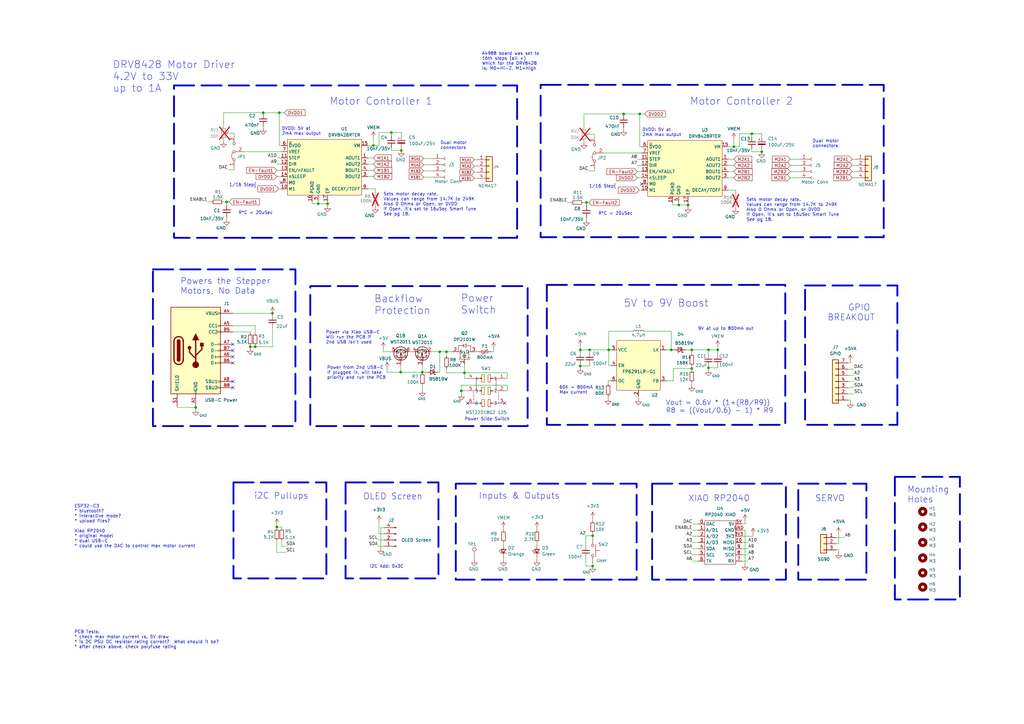
<source format=kicad_sch>
(kicad_sch (version 20230121) (generator eeschema)
  (paper "A3")
  (title_block (title "Blot RP2040 Motor Driver") (date "2024-02-12") (rev "2.1b3") (company "Hack Chat") (comment 1 "untested design") (comment 2 "By Parkview (CC)"))
  (junction (at 104.648 142.24))
  (junction (at 164.338 152.654))
  (junction (at 130.556 83.566))
  (junction (at 312.42 62.23))
  (junction (at 249.682 143.51))
  (junction (at 113.538 216.154))
  (junction (at 134.366 83.566))
  (junction (at 164.592 61.722))
  (junction (at 283.718 143.51))
  (junction (at 102.616 142.24))
  (junction (at 243.078 232.156))
  (junction (at 308.356 54.864))
  (junction (at 111.76 128.524))
  (junction (at 282.194 84.074))
  (junction (at 153.162 59.69))
  (junction (at 80.264 167.132))
  (junction (at 183.134 144.272))
  (junction (at 92.964 82.804))
  (junction (at 283.718 151.13))
  (junction (at 241.808 143.51))
  (junction (at 290.576 150.876))
  (junction (at 237.998 150.114))
  (junction (at 237.998 143.51))
  (junction (at 190.5 152.908))
  (junction (at 278.384 84.074))
  (junction (at 173.228 152.654))
  (junction (at 294.386 143.51))
  (junction (at 243.078 219.71))
  (junction (at 160.528 54.356))
  (junction (at 255.778 46.736))
  (junction (at 240.538 83.058))
  (junction (at 189.23 160.274))
  (junction (at 290.576 143.51))
  (junction (at 275.336 143.51))
  (junction (at 180.34 144.272))
  (junction (at 262.382 46.736))
  (junction (at 107.95 46.228))
  (junction (at 300.99 60.198))
  (junction (at 114.554 46.228))
  (no_connect (at 95.504 146.304))
  (no_connect (at 115.316 74.93))
  (no_connect (at 191.77 165.354))
  (no_connect (at 95.504 141.224))
  (no_connect (at 95.504 159.004))
  (no_connect (at 207.01 165.354))
  (no_connect (at 95.504 156.464))
  (no_connect (at 95.504 148.844))
  (no_connect (at 263.144 75.438))
  (no_connect (at 95.504 143.764))
  (wire (pts (xy 191.77 155.194) (xy 190.5 155.194)))
  (wire (pts (xy 208.026 155.194) (xy 208.026 152.908)))
  (wire (pts (xy 91.694 46.228) (xy 107.95 46.228)))
  (wire (pts (xy 102.616 142.24) (xy 102.616 142.748)))
  (wire (pts (xy 194.564 73.152) (xy 195.58 73.152)))
  (wire (pts (xy 92.964 82.804) (xy 93.98 82.804)))
  (wire (pts (xy 113.538 69.85) (xy 115.316 69.85)))
  (wire (pts (xy 173.736 70.104) (xy 177.546 70.104)))
  (wire (pts (xy 128.016 83.566) (xy 130.556 83.566)))
  (wire (pts (xy 80.264 167.132) (xy 80.264 167.894)))
  (wire (pts (xy 115.57 224.028) (xy 115.57 221.742)))
  (wire (pts (xy 298.704 65.278) (xy 300.99 65.278)))
  (wire (pts (xy 114.554 46.228) (xy 114.554 59.69)))
  (wire (pts (xy 150.876 59.69) (xy 153.162 59.69)))
  (wire (pts (xy 95.504 133.604) (xy 104.648 133.604)))
  (wire (pts (xy 348.742 148.844) (xy 347.726 148.844)))
  (wire (pts (xy 107.95 46.736) (xy 107.95 46.228)))
  (wire (pts (xy 176.784 144.272) (xy 180.34 144.272)))
  (wire (pts (xy 240.538 89.408) (xy 240.538 90.17)))
  (wire (pts (xy 128.016 82.55) (xy 128.016 83.566)))
  (wire (pts (xy 343.916 218.948) (xy 343.916 223.012)))
  (wire (pts (xy 114.554 59.69) (xy 115.316 59.69)))
  (wire (pts (xy 239.522 46.736) (xy 239.522 52.578)))
  (wire (pts (xy 300.99 60.198) (xy 300.99 57.15)))
  (wire (pts (xy 306.832 225.044) (xy 304.292 225.044)))
  (wire (pts (xy 347.726 153.924) (xy 350.266 153.924)))
  (wire (pts (xy 173.228 152.654) (xy 174.752 152.654)))
  (wire (pts (xy 301.752 79.756) (xy 301.752 77.978)))
  (wire (pts (xy 324.104 67.818) (xy 327.914 67.818)))
  (wire (pts (xy 91.694 82.804) (xy 92.964 82.804)))
  (wire (pts (xy 241.808 143.51) (xy 249.682 143.51)))
  (wire (pts (xy 343.916 223.012) (xy 342.9 223.012)))
  (wire (pts (xy 130.556 83.566) (xy 134.366 83.566)))
  (wire (pts (xy 95.504 128.524) (xy 111.76 128.524)))
  (wire (pts (xy 72.644 166.624) (xy 72.644 167.132)))
  (wire (pts (xy 294.386 145.288) (xy 294.386 143.51)))
  (wire (pts (xy 298.704 70.358) (xy 300.99 70.358)))
  (wire (pts (xy 104.648 133.604) (xy 104.648 136.652)))
  (wire (pts (xy 153.924 84.328) (xy 153.924 84.836)))
  (wire (pts (xy 117.348 224.028) (xy 115.57 224.028)))
  (wire (pts (xy 155.448 54.356) (xy 160.528 54.356)))
  (wire (pts (xy 92.964 89.154) (xy 92.964 89.916)))
  (wire (pts (xy 240.538 83.058) (xy 240.538 84.328)))
  (wire (pts (xy 173.736 72.644) (xy 177.546 72.644)))
  (wire (pts (xy 298.704 60.198) (xy 300.99 60.198)))
  (wire (pts (xy 80.264 166.624) (xy 80.264 167.132)))
  (wire (pts (xy 308.356 62.23) (xy 312.42 62.23)))
  (wire (pts (xy 242.062 55.118) (xy 243.84 55.118)))
  (wire (pts (xy 308.864 219.202) (xy 308.864 219.964)))
  (wire (pts (xy 220.218 228.6) (xy 220.218 229.616)))
  (wire (pts (xy 180.34 144.272) (xy 183.134 144.272)))
  (wire (pts (xy 249.428 156.21) (xy 249.428 157.48)))
  (wire (pts (xy 347.726 156.464) (xy 350.266 156.464)))
  (wire (pts (xy 104.648 142.24) (xy 102.616 142.24)))
  (wire (pts (xy 237.998 141.986) (xy 237.998 143.51)))
  (wire (pts (xy 173.228 157.988) (xy 173.228 160.02)))
  (wire (pts (xy 304.292 217.424) (xy 305.562 217.424)))
  (wire (pts (xy 283.718 145.034) (xy 283.718 143.51)))
  (wire (pts (xy 275.844 83.058) (xy 275.844 84.074)))
  (wire (pts (xy 194.564 229.616) (xy 194.564 228.6)))
  (wire (pts (xy 168.148 144.272) (xy 169.418 144.272)))
  (wire (pts (xy 194.564 68.072) (xy 195.58 68.072)))
  (wire (pts (xy 243.078 218.694) (xy 243.078 219.71)))
  (wire (pts (xy 249.682 135.89) (xy 249.682 143.51)))
  (wire (pts (xy 150.876 72.39) (xy 153.162 72.39)))
  (wire (pts (xy 237.998 144.526) (xy 237.998 143.51)))
  (wire (pts (xy 306.832 230.124) (xy 304.292 230.124)))
  (wire (pts (xy 157.226 144.272) (xy 160.782 144.272)))
  (wire (pts (xy 237.998 150.114) (xy 237.998 150.876)))
  (wire (pts (xy 348.742 164.846) (xy 348.742 164.084)))
  (wire (pts (xy 283.718 156.972) (xy 283.718 157.988)))
  (wire (pts (xy 206.502 216.662) (xy 206.502 217.424)))
  (wire (pts (xy 347.726 159.004) (xy 350.266 159.004)))
  (wire (pts (xy 111.76 129.286) (xy 111.76 128.524)))
  (wire (pts (xy 241.808 143.51) (xy 241.808 144.526)))
  (wire (pts (xy 348.742 164.084) (xy 347.726 164.084)))
  (wire (pts (xy 164.338 152.654) (xy 164.338 149.606)))
  (wire (pts (xy 282.194 84.074) (xy 282.194 84.836)))
  (wire (pts (xy 156.21 216.408) (xy 156.21 224.79)))
  (wire (pts (xy 189.23 160.274) (xy 189.23 161.544)))
  (wire (pts (xy 237.998 149.606) (xy 237.998 150.114)))
  (wire (pts (xy 154.94 224.028) (xy 157.48 224.028)))
  (wire (pts (xy 264.414 135.89) (xy 275.336 135.89)))
  (wire (pts (xy 282.194 83.058) (xy 282.194 84.074)))
  (wire (pts (xy 240.284 228.854) (xy 240.284 232.156)))
  (wire (pts (xy 261.366 67.818) (xy 263.144 67.818)))
  (wire (pts (xy 113.538 67.31) (xy 115.316 67.31)))
  (wire (pts (xy 113.538 215.392) (xy 113.538 216.154)))
  (wire (pts (xy 190.5 152.908) (xy 190.5 155.194)))
  (wire (pts (xy 278.384 84.074) (xy 282.194 84.074)))
  (wire (pts (xy 202.438 143.002) (xy 202.438 144.272)))
  (wire (pts (xy 134.366 83.566) (xy 134.366 84.328)))
  (wire (pts (xy 113.538 216.154) (xy 113.538 216.662)))
  (wire (pts (xy 249.682 149.86) (xy 249.682 143.51)))
  (wire (pts (xy 150.876 69.85) (xy 153.162 69.85)))
  (wire (pts (xy 347.726 161.544) (xy 350.266 161.544)))
  (wire (pts (xy 232.664 83.058) (xy 234.188 83.058)))
  (wire (pts (xy 348.742 148.082) (xy 348.742 148.844)))
  (wire (pts (xy 134.366 82.55) (xy 134.366 83.566)))
  (wire (pts (xy 290.576 143.51) (xy 283.718 143.51)))
  (wire (pts (xy 94.234 54.61) (xy 96.012 54.61)))
  (wire (pts (xy 96.012 54.61) (xy 96.012 55.88)))
  (wire (pts (xy 276.098 156.21) (xy 276.098 151.13)))
  (wire (pts (xy 283.972 217.424) (xy 286.512 217.424)))
  (wire (pts (xy 249.428 162.56) (xy 249.428 163.322)))
  (wire (pts (xy 255.778 46.736) (xy 262.382 46.736)))
  (wire (pts (xy 262.382 46.736) (xy 262.382 60.198)))
  (wire (pts (xy 261.874 162.56) (xy 261.874 163.576)))
  (wire (pts (xy 239.522 57.658) (xy 239.522 58.42)))
  (wire (pts (xy 306.832 227.584) (xy 304.292 227.584)))
  (wire (pts (xy 164.338 152.654) (xy 158.75 152.654)))
  (wire (pts (xy 91.694 46.228) (xy 91.694 52.07)))
  (wire (pts (xy 239.522 46.736) (xy 255.778 46.736)))
  (wire (pts (xy 283.972 222.504) (xy 286.512 222.504)))
  (wire (pts (xy 154.94 221.488) (xy 157.48 221.488)))
  (wire (pts (xy 250.444 156.21) (xy 249.428 156.21)))
  (wire (pts (xy 304.292 214.884) (xy 305.562 214.884)))
  (wire (pts (xy 153.924 79.248) (xy 153.924 77.47)))
  (wire (pts (xy 91.694 57.15) (xy 91.694 57.912)))
  (wire (pts (xy 240.284 232.156) (xy 243.078 232.156)))
  (wire (pts (xy 150.876 77.47) (xy 153.924 77.47)))
  (wire (pts (xy 189.23 160.274) (xy 191.77 160.274)))
  (wire (pts (xy 173.228 152.654) (xy 173.228 152.908)))
  (wire (pts (xy 85.09 82.804) (xy 86.614 82.804)))
  (wire (pts (xy 303.276 54.864) (xy 308.356 54.864)))
  (wire (pts (xy 243.84 55.118) (xy 243.84 56.388)))
  (wire (pts (xy 115.316 77.47) (xy 114.3 77.47)))
  (wire (pts (xy 104.648 142.24) (xy 111.76 142.24)))
  (wire (pts (xy 249.682 143.51) (xy 250.444 143.51)))
  (wire (pts (xy 243.078 232.156) (xy 243.078 230.886)))
  (wire (pts (xy 294.386 142.24) (xy 294.386 143.51)))
  (wire (pts (xy 155.448 59.69) (xy 155.448 54.356)))
  (wire (pts (xy 240.284 223.774) (xy 240.284 219.71)))
  (wire (pts (xy 157.226 143.002) (xy 157.226 144.272)))
  (wire (pts (xy 107.95 46.228) (xy 114.554 46.228)))
  (wire (pts (xy 173.736 65.024) (xy 177.546 65.024)))
  (wire (pts (xy 308.356 61.214) (xy 308.356 62.23)))
  (wire (pts (xy 308.356 54.864) (xy 308.356 56.134)))
  (wire (pts (xy 283.972 227.584) (xy 286.512 227.584)))
  (wire (pts (xy 190.5 149.352) (xy 190.5 152.908)))
  (wire (pts (xy 243.078 212.598) (xy 243.078 213.614)))
  (wire (pts (xy 278.384 83.058) (xy 278.384 84.074)))
  (wire (pts (xy 72.644 167.132) (xy 80.264 167.132)))
  (wire (pts (xy 275.336 143.51) (xy 273.304 143.51)))
  (wire (pts (xy 115.57 216.154) (xy 113.538 216.154)))
  (wire (pts (xy 220.218 222.504) (xy 220.218 223.52)))
  (wire (pts (xy 102.616 136.144) (xy 102.616 136.652)))
  (wire (pts (xy 183.134 144.272) (xy 183.134 146.05)))
  (wire (pts (xy 240.538 83.058) (xy 241.554 83.058)))
  (wire (pts (xy 298.704 67.818) (xy 300.99 67.818)))
  (wire (pts (xy 275.336 143.51) (xy 276.352 143.51)))
  (wire (pts (xy 155.448 218.948) (xy 157.48 218.948)))
  (wire (pts (xy 243.078 219.71) (xy 243.078 220.726)))
  (wire (pts (xy 104.648 141.732) (xy 104.648 142.24)))
  (wire (pts (xy 194.564 65.532) (xy 195.58 65.532)))
  (wire (pts (xy 189.23 160.274) (xy 189.23 157.988)))
  (wire (pts (xy 160.528 54.356) (xy 164.592 54.356)))
  (wire (pts (xy 250.444 149.86) (xy 249.682 149.86)))
  (wire (pts (xy 324.104 72.898) (xy 327.914 72.898)))
  (wire (pts (xy 189.23 157.988) (xy 208.026 157.988)))
  (wire (pts (xy 194.564 70.612) (xy 195.58 70.612)))
  (wire (pts (xy 273.304 156.21) (xy 276.098 156.21)))
  (wire (pts (xy 93.472 69.596) (xy 96.012 69.596)))
  (wire (pts (xy 283.718 150.114) (xy 283.718 151.13)))
  (wire (pts (xy 160.528 61.722) (xy 164.592 61.722)))
  (wire (pts (xy 283.972 219.964) (xy 286.512 219.964)))
  (wire (pts (xy 208.026 157.988) (xy 208.026 160.274)))
  (wire (pts (xy 160.528 54.356) (xy 160.528 55.626)))
  (wire (pts (xy 237.998 143.51) (xy 241.808 143.51)))
  (wire (pts (xy 347.726 151.384) (xy 350.266 151.384)))
  (wire (pts (xy 283.718 151.13) (xy 283.718 151.892)))
  (wire (pts (xy 206.502 228.6) (xy 206.502 229.616)))
  (wire (pts (xy 92.964 82.804) (xy 92.964 84.074)))
  (wire (pts (xy 153.162 59.69) (xy 155.448 59.69)))
  (wire (pts (xy 201.422 144.272) (xy 202.438 144.272)))
  (wire (pts (xy 283.718 143.51) (xy 281.432 143.51)))
  (wire (pts (xy 183.134 152.908) (xy 190.5 152.908)))
  (wire (pts (xy 195.58 144.272) (xy 196.342 144.272)))
  (wire (pts (xy 243.84 70.104) (xy 243.84 69.088)))
  (wire (pts (xy 117.348 226.568) (xy 113.538 226.568)))
  (wire (pts (xy 263.144 77.978) (xy 262.128 77.978)))
  (wire (pts (xy 300.99 60.198) (xy 303.276 60.198)))
  (wire (pts (xy 220.218 216.662) (xy 220.218 217.424)))
  (wire (pts (xy 261.366 65.278) (xy 263.144 65.278)))
  (wire (pts (xy 113.538 72.39) (xy 115.316 72.39)))
  (wire (pts (xy 96.012 69.596) (xy 96.012 68.58)))
  (wire (pts (xy 208.026 160.274) (xy 207.01 160.274)))
  (wire (pts (xy 237.998 150.114) (xy 241.808 150.114)))
  (wire (pts (xy 157.48 216.408) (xy 156.21 216.408)))
  (wire (pts (xy 294.386 150.876) (xy 294.386 150.368)))
  (wire (pts (xy 342.9 225.552) (xy 343.916 225.552)))
  (wire (pts (xy 343.916 225.552) (xy 343.916 226.568)))
  (wire (pts (xy 241.3 70.104) (xy 243.84 70.104)))
  (wire (pts (xy 261.366 70.358) (xy 263.144 70.358)))
  (wire (pts (xy 160.528 60.706) (xy 160.528 61.722)))
  (wire (pts (xy 262.382 60.198) (xy 263.144 60.198)))
  (wire (pts (xy 264.414 46.736) (xy 262.382 46.736)))
  (wire (pts (xy 183.134 151.13) (xy 183.134 152.908)))
  (wire (pts (xy 301.752 84.836) (xy 301.752 85.344)))
  (wire (pts (xy 349.504 70.358) (xy 351.028 70.358)))
  (wire (pts (xy 276.098 151.13) (xy 283.718 151.13)))
  (wire (pts (xy 173.736 67.564) (xy 177.546 67.564)))
  (wire (pts (xy 150.876 64.77) (xy 153.162 64.77)))
  (wire (pts (xy 164.338 152.654) (xy 173.228 152.654)))
  (wire (pts (xy 95.504 136.144) (xy 102.616 136.144)))
  (wire (pts (xy 342.9 220.472) (xy 346.456 220.472)))
  (wire (pts (xy 290.576 150.876) (xy 294.386 150.876)))
  (wire (pts (xy 206.502 222.504) (xy 206.502 223.52)))
  (wire (pts (xy 116.586 46.228) (xy 114.554 46.228)))
  (wire (pts (xy 306.832 222.504) (xy 304.292 222.504)))
  (wire (pts (xy 308.356 54.864) (xy 312.42 54.864)))
  (wire (pts (xy 207.01 155.194) (xy 208.026 155.194)))
  (wire (pts (xy 305.562 217.424) (xy 305.562 231.394)))
  (wire (pts (xy 158.75 151.13) (xy 158.75 152.654)))
  (wire (pts (xy 150.876 67.31) (xy 153.162 67.31)))
  (wire (pts (xy 164.592 61.722) (xy 164.592 60.706)))
  (wire (pts (xy 255.778 52.324) (xy 255.778 53.086)))
  (wire (pts (xy 164.592 54.356) (xy 164.592 55.626)))
  (wire (pts (xy 255.778 47.244) (xy 255.778 46.736)))
  (wire (pts (xy 113.538 226.568) (xy 113.538 221.742)))
  (wire (pts (xy 261.366 72.898) (xy 263.144 72.898)))
  (wire (pts (xy 99.822 62.23) (xy 115.316 62.23)))
  (wire (pts (xy 312.42 54.864) (xy 312.42 56.134)))
  (wire (pts (xy 275.336 135.89) (xy 275.336 143.51)))
  (wire (pts (xy 298.704 77.978) (xy 301.752 77.978)))
  (wire (pts (xy 312.42 62.23) (xy 312.42 61.214)))
  (wire (pts (xy 155.448 214.122) (xy 155.448 218.948)))
  (wire (pts (xy 239.268 83.058) (xy 240.538 83.058)))
  (wire (pts (xy 324.104 65.278) (xy 327.914 65.278)))
  (wire (pts (xy 241.808 150.114) (xy 241.808 149.606)))
  (wire (pts (xy 102.616 141.732) (xy 102.616 142.24)))
  (wire (pts (xy 290.576 150.876) (xy 290.576 151.638)))
  (wire (pts (xy 303.276 60.198) (xy 303.276 54.864)))
  (wire (pts (xy 294.386 143.51) (xy 290.576 143.51)))
  (wire (pts (xy 130.556 82.55) (xy 130.556 83.566)))
  (wire (pts (xy 208.026 152.908) (xy 190.5 152.908)))
  (wire (pts (xy 298.704 72.898) (xy 300.99 72.898)))
  (wire (pts (xy 305.562 214.884) (xy 305.562 213.614)))
  (wire (pts (xy 324.104 70.358) (xy 327.914 70.358)))
  (wire (pts (xy 180.34 152.654) (xy 180.34 144.272)))
  (wire (pts (xy 111.76 134.366) (xy 111.76 142.24)))
  (wire (pts (xy 183.134 144.272) (xy 185.42 144.272)))
  (wire (pts (xy 113.538 64.77) (xy 115.316 64.77)))
  (wire (pts (xy 247.65 62.738) (xy 263.144 62.738)))
  (wire (pts (xy 349.504 72.898) (xy 351.028 72.898)))
  (wire (pts (xy 290.576 143.51) (xy 290.576 145.288)))
  (wire (pts (xy 153.162 59.69) (xy 153.162 56.642)))
  (wire (pts (xy 115.57 216.662) (xy 115.57 216.154)))
  (wire (pts (xy 249.682 135.89) (xy 259.334 135.89)))
  (wire (pts (xy 179.832 152.654) (xy 180.34 152.654)))
  (wire (pts (xy 283.972 230.124) (xy 286.512 230.124)))
  (wire (pts (xy 290.576 150.368) (xy 290.576 150.876)))
  (wire (pts (xy 107.95 51.816) (xy 107.95 52.578)))
  (wire (pts (xy 349.504 65.278) (xy 351.028 65.278)))
  (wire (pts (xy 349.504 67.818) (xy 351.028 67.818)))
  (wire (pts (xy 283.972 214.884) (xy 286.512 214.884)))
  (wire (pts (xy 240.284 219.71) (xy 243.078 219.71)))
  (wire (pts (xy 275.844 84.074) (xy 278.384 84.074)))
  (wire (pts (xy 283.972 225.044) (xy 286.512 225.044)))
  (wire (pts (xy 308.864 219.964) (xy 304.292 219.964)))
  (wire (pts (xy 173.228 149.606) (xy 173.228 152.654)))
  (rectangle (start 330.2 117.094) (end 368.046 174.244) (stroke (width 0.75) (type dash)))
  (rectangle (start 141.732 197.866) (end 179.832 237.236) (stroke (width 0.75) (type dash)))
  (rectangle (start 367.03 195.58) (end 393.7 245.872) (stroke (width 0.75) (type dash)))
  (rectangle (start 267.462 198.374) (end 322.326 237.744) (stroke (width 0.75) (type dash)))
  (rectangle (start 221.742 34.798) (end 362.458 97.282) (stroke (width 0.75) (type dash)))
  (rectangle (start 186.944 198.374) (end 261.112 237.744) (stroke (width 0.75) (type dash)))
  (rectangle (start 327.406 198.374) (end 355.346 237.744) (stroke (width 0.75) (type dash)))
  (rectangle (start 95.758 197.866) (end 133.858 237.236) (stroke (width 0.75) (type dash)))
  (rectangle (start 71.374 35.052) (end 212.09 97.536) (stroke (width 0.75) (type dash)))
  (rectangle (start 127.254 117.348) (end 216.408 174.752) (stroke (width 0.75) (type dash)))
  (rectangle (start 62.738 110.49) (end 121.158 174.752) (stroke (width 0.75) (type dash)))
  (rectangle (start 224.282 116.84) (end 322.072 174.244) (stroke (width 0.75) (type dash)))
  (text "Inputs & Outputs\n" (at 196.342 204.978 0) (effects (font (size 2.54 2.54)) (justify left bottom)))
  (text "5V to 9V Boost" (at 255.778 126.238 0) (effects (font (size 3 3)) (justify left bottom)))
  (text "GPIO \nBREAKOUT" (at 358.902 131.826 0) (effects (font (size 2.54 2.54)) (justify right bottom)))
  (text "Power via Xiao USB-C\nWill run the PCB if \n2nd USB isn't used" (at 133.604 141.224 0) (effects (font (size 1.27 1.27)) (justify left bottom)))
  (text "Backflow\nProtection" (at 153.416 129.286 0) (effects (font (size 3 3)) (justify left bottom)))
  (text "DRV8428 Motor Driver\n4.2V to 33V\nup to 1A" (at 46.228 38.1 0) (effects (font (size 3 3)) (justify left bottom)))
  (text "R*C < 20uSec" (at 97.79 88.138 0) (effects (font (size 1.27 1.27)) (justify left bottom)))
  (text "Mounting\nHoles" (at 372.11 206.502 0) (effects (font (size 2.54 2.54)) (justify left bottom)))
  (text "Dual motor\nconnectors" (at 333.248 60.706 0) (effects (font (size 1.27 1.27)) (justify left bottom)))
  (text "DVDD: 5V at\n2mA max output" (at 115.57 55.626 0) (effects (font (size 1.27 1.27)) (justify left bottom)))
  (text "Power from 2nd USB-C\nIf plugged in, will take\npriority and run the PCB" (at 134.112 155.702 0) (effects (font (size 1.27 1.27)) (justify left bottom)))
  (text "Power\nSwitch" (at 188.976 129.032 0) (effects (font (size 3 3)) (justify left bottom)))
  (text "Power Slide Switch" (at 190.5 172.72 0) (effects (font (size 1.27 1.27)) (justify left bottom)))
  (text "XIAO RP2040\n" (at 282.194 205.994 0) (effects (font (size 2.54 2.54)) (justify left bottom)))
  (text "Sets motor decay rate.\nValues can range from 14.7K to 249K\nAlso 0 Ohms or Open, or DVDD\nIf Open, it's set to 16uSec Smart Tune\nSee pg 18." (at 157.226 88.646 0) (effects (font (size 1.27 1.27)) (justify left bottom)))
  (text "OLED Screen\n" (at 148.844 205.232 0) (effects (font (size 2.54 2.54)) (justify left bottom)))
  (text "Sets motor decay rate.\nValues can range from 14.7K to 249K\nAlso 0 Ohms or Open, or DVDD\nIf Open, it's set to 16uSec Smart Tune\nSee pg 18." (at 306.07 90.932 0) (effects (font (size 1.27 1.27)) (justify left bottom)))
  (text "i2C Pullups\n" (at 104.14 204.978 0) (effects (font (size 2.54 2.54)) (justify left bottom)))
  (text "Motor Controller 2" (at 282.956 43.434 0) (effects (font (size 3 3)) (justify left bottom)))
  (text "PCB Tests:\n* check max motor current vs. 5V draw\n* is DC PSU OC resistor rating correct?  What should it be?\n* after check above, check polyfuse rating" (at 30.48 266.192 0) (effects (font (size 1.27 1.27)) (justify left bottom)))
  (text "9V at up to 800mA out" (at 286.258 135.636 0) (effects (font (size 1.27 1.27)) (justify left bottom)))
  (text "Dual motor\nconnectors" (at 180.594 61.468 0) (effects (font (size 1.27 1.27)) (justify left bottom)))
  (text "DVDD: 5V at\n2mA max output" (at 263.398 56.134 0) (effects (font (size 1.27 1.27)) (justify left bottom)))
  (text "Powers the Stepper\nMotors, No Data" (at 73.914 120.904 0) (effects (font (size 2.5 2.5)) (justify left bottom)))
  (text "1/16 Step{" (at 241.554 77.216 0) (effects (font (size 1.27 1.27)) (justify left bottom)))
  (text "R*C < 20uSec" (at 245.364 88.392 0) (effects (font (size 1.27 1.27)) (justify left bottom)))
  (text "ESP32-C3\n* bluetooth?\n* interactive mode?\n* upload files?\n\nXiao RP2040\n* original model\n* dual USB-C\n* could use the DAC to control max motor current" (at 30.48 224.79 0) (effects (font (size 1.27 1.27)) (justify left bottom)))
  (text "SERVO\n" (at 334.264 205.994 0) (effects (font (size 2.54 2.54)) (justify left bottom)))
  (text "1/16 Step{" (at 93.98 76.708 0) (effects (font (size 1.27 1.27)) (justify left bottom)))
  (text "A4988 board was set to \n16th steps (all +)\nWhich for the DRV8428\nis: M0=Hi-Z, M1=High" (at 197.612 28.956 0) (effects (font (size 1.27 1.27)) (justify left bottom)))
  (text "Motor Controller 1" (at 135.128 43.434 0) (effects (font (size 3 3)) (justify left bottom)))
  (text "i2C Add: 0x3C" (at 151.638 233.172 0) (effects (font (size 1.27 1.27)) (justify left bottom)))
  (text "60K = 800mA\nMax current" (at 229.362 161.798 0) (effects (font (size 1.27 1.27)) (justify left bottom)))
  (text "Vout = 0.6V * (1+(R8/R9))\nR8 = ((Vout/0.6) - 1) * R9" (at 273.05 169.672 0) (effects (font (size 2 2)) (justify left bottom)))
  (label "SCL" (at 283.972 227.584 180))
  (label "A2" (at 240.284 219.71 180))
  (label "A7" (at 261.366 67.818 180))
  (label "A8" (at 306.832 227.584 0))
  (label "A2" (at 283.972 219.964 180))
  (label "SCL" (at 117.348 226.568 0))
  (label "SDA" (at 350.266 159.004 0))
  (label "SDA" (at 117.348 224.028 0))
  (label "SCL" (at 154.94 221.488 180))
  (label "A3" (at 350.266 156.464 0))
  (label "A3" (at 283.972 222.504 180))
  (label "A7" (at 306.832 230.124 0))
  (label "DAC" (at 350.266 151.384 0))
  (label "A8" (at 261.366 65.278 180))
  (label "ENABLE" (at 283.972 217.424 180))
  (label "ENABLE" (at 232.664 83.058 180))
  (label "DAC" (at 93.472 69.596 180))
  (label "SDA" (at 154.94 224.028 180))
  (label "A9" (at 306.832 225.044 0))
  (label "A6" (at 346.456 220.472 0))
  (label "DAC" (at 241.3 70.104 180))
  (label "A10" (at 113.538 64.77 180))
  (label "A2" (at 350.266 153.924 0))
  (label "A10" (at 306.832 222.504 0))
  (label "SCL" (at 350.266 161.544 0))
  (label "DAC" (at 283.972 214.884 180))
  (label "A6" (at 283.972 230.124 180))
  (label "ENABLE" (at 85.09 82.804 180))
  (label "SDA" (at 283.972 225.044 180))
  (label "A9" (at 113.538 67.31 180))
  (global_label "M1B1" (shape input) (at 153.162 69.85 0) (property "Intersheetrefs" "${INTERSHEET_REFS}" (effects hide)))
  (global_label "EN-Fault2" (shape input) (at 261.366 70.358 180) (property "Intersheetrefs" "${INTERSHEET_REFS}" (effects hide)))
  (global_label "DVDD2" (shape input) (at 262.128 77.978 180) (property "Intersheetrefs" "${INTERSHEET_REFS}" (effects hide)))
  (global_label "M1B1" (shape input) (at 194.564 73.152 180) (effects (font (size 1 1))) (property "Intersheetrefs" "${INTERSHEET_REFS}" (effects hide)))
  (global_label "M1A1" (shape input) (at 194.564 65.532 180) (effects (font (size 1 1))) (property "Intersheetrefs" "${INTERSHEET_REFS}" (effects hide)))
  (global_label "M2A2" (shape input) (at 349.504 67.818 180) (property "Intersheetrefs" "${INTERSHEET_REFS}" (effects hide)))
  (global_label "M2B2" (shape input) (at 324.104 70.358 180) (property "Intersheetrefs" "${INTERSHEET_REFS}" (effects hide)))
  (global_label "M2A1" (shape input) (at 324.104 65.278 180) (property "Intersheetrefs" "${INTERSHEET_REFS}" (effects hide)))
  (global_label "M2B1" (shape input) (at 349.504 72.898 180) (property "Intersheetrefs" "${INTERSHEET_REFS}" (effects hide)))
  (global_label "M1A2" (shape input) (at 173.736 67.564 180) (effects (font (size 1 1))) (property "Intersheetrefs" "${INTERSHEET_REFS}" (effects hide)))
  (global_label "M1B1" (shape input) (at 173.736 72.644 180) (effects (font (size 1 1))) (property "Intersheetrefs" "${INTERSHEET_REFS}" (effects hide)))
  (global_label "M2A1" (shape input) (at 300.99 65.278 0) (property "Intersheetrefs" "${INTERSHEET_REFS}" (effects hide)))
  (global_label "M2B2" (shape input) (at 349.504 70.358 180) (property "Intersheetrefs" "${INTERSHEET_REFS}" (effects hide)))
  (global_label "M1A1" (shape input) (at 153.162 64.77 0) (property "Intersheetrefs" "${INTERSHEET_REFS}" (effects hide)))
  (global_label "DVDD1" (shape input) (at 114.3 77.47 180) (property "Intersheetrefs" "${INTERSHEET_REFS}" (effects hide)))
  (global_label "EN-Fault1" (shape input) (at 93.98 82.804 0) (property "Intersheetrefs" "${INTERSHEET_REFS}" (effects hide)))
  (global_label "M2A2" (shape input) (at 300.99 67.818 0) (property "Intersheetrefs" "${INTERSHEET_REFS}" (effects hide)))
  (global_label "M1A2" (shape input) (at 194.564 68.072 180) (effects (font (size 1 1))) (property "Intersheetrefs" "${INTERSHEET_REFS}" (effects hide)))
  (global_label "DVDD1" (shape input) (at 116.586 46.228 0) (property "Intersheetrefs" "${INTERSHEET_REFS}" (effects hide)))
  (global_label "M1B2" (shape input) (at 153.162 72.39 0) (property "Intersheetrefs" "${INTERSHEET_REFS}" (effects hide)))
  (global_label "DVDD2" (shape input) (at 261.366 72.898 180) (property "Intersheetrefs" "${INTERSHEET_REFS}" (effects hide)))
  (global_label "M2A2" (shape input) (at 324.104 67.818 180) (property "Intersheetrefs" "${INTERSHEET_REFS}" (effects hide)))
  (global_label "M1A1" (shape input) (at 173.736 65.024 180) (effects (font (size 1 1))) (property "Intersheetrefs" "${INTERSHEET_REFS}" (effects hide)))
  (global_label "M2A1" (shape input) (at 349.504 65.278 180) (property "Intersheetrefs" "${INTERSHEET_REFS}" (effects hide)))
  (global_label "M2B1" (shape input) (at 300.99 70.358 0) (property "Intersheetrefs" "${INTERSHEET_REFS}" (effects hide)))
  (global_label "M1A2" (shape input) (at 153.162 67.31 0) (property "Intersheetrefs" "${INTERSHEET_REFS}" (effects hide)))
  (global_label "DVDD2" (shape input) (at 264.414 46.736 0) (property "Intersheetrefs" "${INTERSHEET_REFS}" (effects hide)))
  (global_label "M1B2" (shape input) (at 194.564 70.612 180) (effects (font (size 1 1))) (property "Intersheetrefs" "${INTERSHEET_REFS}" (effects hide)))
  (global_label "DVDD1" (shape input) (at 113.538 72.39 180) (property "Intersheetrefs" "${INTERSHEET_REFS}" (effects hide)))
  (global_label "M1B2" (shape input) (at 173.736 70.104 180) (effects (font (size 1 1))) (property "Intersheetrefs" "${INTERSHEET_REFS}" (effects hide)))
  (global_label "EN-Fault1" (shape input) (at 113.538 69.85 180) (property "Intersheetrefs" "${INTERSHEET_REFS}" (effects hide)))
  (global_label "M2B2" (shape input) (at 300.99 72.898 0) (property "Intersheetrefs" "${INTERSHEET_REFS}" (effects hide)))
  (global_label "M2B1" (shape input) (at 324.104 72.898 180) (property "Intersheetrefs" "${INTERSHEET_REFS}" (effects hide)))
  (global_label "EN-Fault2" (shape input) (at 241.554 83.058 0) (property "Intersheetrefs" "${INTERSHEET_REFS}" (effects hide)))
  (symbol (lib_id "Mechanical:MountingHole") (at 378.46 240.792 0) (unit 1)
    (property "Reference" "H6" (at 381 239.522 0) (effects (justify left)))
    (property "Value" "M3" (at 381 242.062 0) (effects (justify left)))
    (property "Footprint" "MountingHole:MountingHole_3.2mm_M3" (effects hide))
  )
  (symbol (lib_id "power:GND") (at 134.366 84.328 0) (unit 1)
    (property "Reference" "#PWR08" (effects hide))
    (property "Value" "GND" (at 132.08 87.884 0))
  )
  (symbol (lib_id "Connector_Generic:Conn_01x03") (at 337.82 223.012 0) (mirror y) (unit 1)
    (property "Reference" "J6" (at 337.82 216.916 0))
    (property "Value" "SG90" (at 337.82 229.362 0))
    (property "Footprint" "Connector_PinSocket_2.54mm:PinSocket_1x03_P2.54mm_Vertical" (effects hide))
  )
  (symbol (lib_id "Device:R_Small") (at 283.718 154.432 0) (unit 1)
    (property "Reference" "R15" (at 278.638 153.416 0) (effects (justify left)))
    (property "Value" "12K" (at 278.638 155.702 0) (effects (justify left)))
    (property "Footprint" "Resistor_SMD:R_0603_1608Metric" (effects hide))
  )
  (symbol (lib_id "Device:R_Small") (at 249.428 160.02 0) (unit 1)
    (property "Reference" "R13" (at 244.094 159.004 0) (effects (justify left)))
    (property "Value" "60K" (at 244.094 161.29 0) (effects (justify left)))
    (property "Footprint" "Resistor_SMD:R_0603_1608Metric" (effects hide))
  )
  (symbol (lib_id "Device:LED_Small") (at 220.218 226.06 90) (unit 1)
    (property "Reference" "D3" (at 222.25 224.7265 90) (effects (justify right)))
    (property "Value" "Green" (at 222.25 227.2665 90) (effects (justify right)))
    (property "Footprint" "LED_SMD:LED_0603_1608Metric" (effects hide))
  )
  (symbol (lib_id "Switch:SW_Push") (at 243.078 225.806 270) (unit 1)
    (property "Reference" "SW2" (at 245.364 223.266 90) (effects (justify left)))
    (property "Value" "User" (at 244.602 229.87 90) (effects (justify left)))
    (property "Footprint" "blot-footprints:SW_SMD_SPST_5x3" (effects hide))
    (property "LCSC" "C318886" (effects hide))
  )
  (symbol (lib_id "Connector_Generic:Conn_01x04") (at 356.108 67.818 0) (unit 1)
    (property "Reference" "J8" (at 359.156 68.58 0))
    (property "Value" "NEMA17" (at 355.854 75.692 0))
    (property "Footprint" "Connector_PinSocket_2.54mm:PinSocket_1x04_P2.54mm_Vertical" (effects hide))
  )
  (symbol (lib_id "power:+3V3") (at 155.448 214.122 0) (unit 1)
    (property "Reference" "#PWR011" (effects hide))
    (property "Value" "+3V3" (at 155.448 209.042 0))
  )
  (symbol (lib_id "Device:R_Small") (at 220.218 219.964 0) (unit 1)
    (property "Reference" "R10" (at 215.392 218.948 0) (effects (justify left)))
    (property "Value" "2.7K" (at 214.884 221.234 0) (effects (justify left)))
    (property "Footprint" "Resistor_SMD:R_0603_1608Metric" (effects hide))
  )
  (symbol (lib_id "Prison2:DRV8428RTER") (at 280.924 69.088 0) (unit 1)
    (property "Reference" "U3" (at 289.052 53.34 0))
    (property "Value" "DRV8428RTER" (at 289.052 55.88 0))
    (property "Footprint" "blot-footprints:WQFN-16_L3.0-W3.0-P0.50-BL-EP1.7" (effects hide))
    (property "LCSC Part" "C2857955" (effects hide))
  )
  (symbol (lib_id "Device:C_Small") (at 237.998 147.066 0) (mirror y) (unit 1)
    (property "Reference" "C6" (at 236.474 145.034 0) (effects (justify left)))
    (property "Value" "22uF" (at 236.474 149.352 0) (effects (justify left)))
    (property "Footprint" "Capacitor_SMD:C_0603_1608Metric" (effects hide))
    (property "LCSC" "C30926" (effects hide))
  )
  (symbol (lib_id "Jumper:Jumper_3_Bridged12") (at 243.84 62.738 90) (unit 1)
    (property "Reference" "JP2" (at 248.666 64.77 90) (effects (justify left)))
    (property "Value" "Jumper_3_Bridged12" (effects hide))
    (property "Footprint" "blot-footprints:JUMPER-3Psml_Bridged_RoundedPad2x1mm" (effects hide))
  )
  (symbol (lib_id "Mechanical:MountingHole") (at 378.46 234.95 0) (unit 1)
    (property "Reference" "H5" (at 381 233.68 0) (effects (justify left)))
    (property "Value" "M3" (at 381 236.22 0) (effects (justify left)))
    (property "Footprint" "MountingHole:MountingHole_3.2mm_M3" (effects hide))
  )
  (symbol (lib_id "power:VBUS") (at 158.75 151.13 0) (unit 1)
    (property "Reference" "#PWR014" (effects hide))
    (property "Value" "VBUS" (at 157.988 147.066 0))
  )
  (symbol (lib_id "blot-sym-lib:FP6291LR-G1") (at 261.874 149.86 0) (unit 1)
    (property "Reference" "U2" (at 268.478 162.052 0))
    (property "Value" "FP6291LR-G1" (at 262.128 152.4 0))
    (property "Footprint" "blot-footprints:SOT-23-6_L2.9-W1.6-P0.95-LS2.8-BR" (effects hide))
    (property "Datasheet" "https://lcsc.com/product-detail/DC-DC-Converters_FP6291LR-G1_C18701.html" (effects hide))
    (property "LCSC Part" "C18701" (effects hide))
  )
  (symbol (lib_id "power:GND") (at 107.95 52.578 0) (unit 1)
    (property "Reference" "#PWR05" (effects hide))
    (property "Value" "GND" (at 104.648 54.61 0))
  )
  (symbol (lib_id "Mechanical:MountingHole") (at 378.46 216.154 0) (unit 1)
    (property "Reference" "H2" (at 381 214.884 0) (effects (justify left)))
    (property "Value" "M3" (at 381 217.424 0) (effects (justify left)))
    (property "Footprint" "MountingHole:MountingHole_3.2mm_M3" (effects hide))
  )
  (symbol (lib_id "Device:C_Polarized_Small") (at 164.592 58.166 0) (unit 1)
    (property "Reference" "C5" (at 167.64 56.3499 0) (effects (justify left)))
    (property "Value" "100uF/25V" (at 167.64 58.8899 0) (effects (justify left)))
    (property "Footprint" "blot-footprints:CAP-SMD_BD6.3-L6.6-W6.6-LS7.3-FD" (effects hide))
    (property "LCSC" "C4747964" (effects hide))
  )
  (symbol (lib_id "power:GND") (at 348.742 164.846 0) (unit 1)
    (property "Reference" "#PWR046" (effects hide))
    (property "Value" "GND" (at 351.282 166.116 0) (effects (justify left)))
  )
  (symbol (lib_id "power:+3V3") (at 243.078 212.598 0) (unit 1)
    (property "Reference" "#PWR028" (effects hide))
    (property "Value" "+3V3" (at 243.078 207.518 0))
  )
  (symbol (lib_id "Connector:USB_C_Receptacle_USB2.0") (at 80.264 143.764 0) (unit 1)
    (property "Reference" "J1" (at 92.964 124.46 0))
    (property "Value" "USB-C Power" (at 90.678 164.084 0))
    (property "Footprint" "Connector_USB:USB_C_Receptacle_HRO_TYPE-C-31-M-12" (effects hide))
    (property "Datasheet" "https://www.usb.org/sites/default/files/documents/usb_type-c.zip" (effects hide))
  )
  (symbol (lib_id "Device:Polyfuse_Small") (at 198.882 144.272 90) (unit 1)
    (property "Reference" "F1" (at 198.882 141.986 90))
    (property "Value" "800mA" (at 198.882 146.558 90))
    (property "Footprint" "Fuse:Fuse_0805_2012Metric" (effects hide))
  )
  (symbol (lib_id "power:GND") (at 243.078 232.156 0) (unit 1)
    (property "Reference" "#PWR029" (effects hide))
    (property "Value" "GND" (at 240.538 234.696 0) (effects (font (size 1 1))))
  )
  (symbol (lib_id "power:GND") (at 156.21 224.79 0) (unit 1)
    (property "Reference" "#PWR012" (effects hide))
    (property "Value" "GND" (at 158.75 227.33 0))
  )
  (symbol (lib_id "Device:R_Small") (at 104.648 139.192 0) (unit 1)
    (property "Reference" "R3" (at 105.918 137.922 0) (effects (justify left)))
    (property "Value" "5.1K" (at 105.918 140.462 0) (effects (justify left)))
    (property "Footprint" "Resistor_SMD:R_0603_1608Metric_Pad0.98x0.95mm_HandSolder" (effects hide))
  )
  (symbol (lib_id "Connector:Conn_01x04_Socket") (at 182.626 67.564 0) (unit 1)
    (property "Reference" "J3" (at 183.896 67.564 0) (effects (justify left)))
    (property "Value" "Motor Conn" (at 178.308 74.422 0) (effects (justify left)))
    (property "Footprint" "blot-footprints:CONN-SMD_4P-P1.25_533980471" (effects hide))
    (property "LCSC" "C2845390" (effects hide))
  )
  (symbol (lib_id "power:+5VA") (at 343.916 218.948 0) (unit 1)
    (property "Reference" "#PWR043" (effects hide))
    (property "Value" "+5VA" (at 343.916 213.868 0))
  )
  (symbol (lib_id "power:GND") (at 312.42 62.23 0) (unit 1)
    (property "Reference" "#PWR042" (effects hide))
    (property "Value" "GND" (at 312.166 66.04 0))
  )
  (symbol (lib_id "power:GND") (at 92.964 89.916 0) (unit 1)
    (property "Reference" "#PWR03" (effects hide))
    (property "Value" "GND" (at 90.678 93.472 0))
  )
  (symbol (lib_id "Device:C_Small") (at 240.284 226.314 180) (unit 1)
    (property "Reference" "C7" (at 239.014 224.282 0) (effects (justify left)))
    (property "Value" "100nF" (at 239.014 228.346 0) (effects (justify left)))
    (property "Footprint" "Capacitor_SMD:C_0603_1608Metric" (effects hide))
    (property "LCSC" "C30926" (effects hide))
  )
  (symbol (lib_id "power:+5V") (at 305.562 213.614 0) (unit 1)
    (property "Reference" "#PWR039" (effects hide))
    (property "Value" "+5V" (at 305.562 209.296 0))
  )
  (symbol (lib_id "power:GND") (at 153.924 84.836 0) (unit 1)
    (property "Reference" "#PWR010" (effects hide))
    (property "Value" "GND" (at 151.638 88.392 0))
  )
  (symbol (lib_id "Device:R_Small") (at 301.752 82.296 180) (unit 1) (in_bom no) (dnp yes)
    (property "Reference" "R16" (at 298.577 81.026 0))
    (property "Value" "100K" (at 297.942 82.931 0))
    (property "Footprint" "Resistor_SMD:R_0603_1608Metric" (effects hide))
    (property "LCSC" "C14675" (effects hide))
  )
  (symbol (lib_id "easyeda2kicad:MST22D18G2125") (at 199.39 160.274 270) (unit 1)
    (property "Reference" "SW1" (at 199.39 151.13 90))
    (property "Value" "MST22D18G2 125" (at 199.39 169.164 90))
    (property "Footprint" "blot-footprints:SW-SMD_MST22D18G2" (effects hide))
    (property "LCSC Part" "C2906280" (effects hide))
  )
  (symbol (lib_id "power:GND") (at 283.718 157.988 0) (unit 1)
    (property "Reference" "#PWR034" (effects hide))
    (property "Value" "GND" (at 286.766 160.528 0) (effects (font (size 1 1))))
  )
  (symbol (lib_id "power:GND") (at 189.23 161.544 0) (unit 1)
    (property "Reference" "#PWR017" (effects hide))
    (property "Value" "GND" (at 187.452 164.592 0) (effects (font (size 1 1))))
  )
  (symbol (lib_id "Device:D_Schottky_Small") (at 177.292 152.654 180) (unit 1)
    (property "Reference" "D1" (at 177.546 150.368 0))
    (property "Value" "B5819W" (at 179.832 155.448 0))
    (property "Footprint" "Diode_SMD:D_SOD-123" (effects hide))
  )
  (symbol (lib_id "power:+5V") (at 157.226 143.002 0) (unit 1)
    (property "Reference" "#PWR013" (effects hide))
    (property "Value" "+5V" (at 157.226 138.684 0))
  )
  (symbol (lib_id "power:+5VA") (at 348.742 148.082 0) (unit 1)
    (property "Reference" "#PWR045" (effects hide))
    (property "Value" "+5VA" (at 348.742 143.002 0))
  )
  (symbol (lib_id "power:GND") (at 305.562 231.394 0) (unit 1)
    (property "Reference" "#PWR040" (effects hide))
    (property "Value" "GND" (at 311.404 233.68 0) (effects (justify right)))
  )
  (symbol (lib_id "Device:R_Small") (at 183.134 148.59 0) (unit 1)
    (property "Reference" "R8" (at 184.404 147.574 0) (effects (justify left)))
    (property "Value" "100K" (at 184.15 149.86 0) (effects (justify left)))
    (property "Footprint" "Resistor_SMD:R_0603_1608Metric_Pad0.98x0.95mm_HandSolder" (effects hide))
  )
  (symbol (lib_id "power:GND") (at 249.428 163.322 0) (unit 1)
    (property "Reference" "#PWR030" (effects hide))
    (property "Value" "GND" (at 252.476 165.862 0) (effects (font (size 1 1))))
  )
  (symbol (lib_id "power:GND") (at 290.576 151.638 0) (unit 1)
    (property "Reference" "#PWR035" (effects hide))
    (property "Value" "GND" (at 293.624 154.178 0) (effects (font (size 1 1))))
  )
  (symbol (lib_id "Device:C_Small") (at 290.576 147.828 0) (mirror y) (unit 1)
    (property "Reference" "C11" (at 289.814 146.05 0) (effects (justify left)))
    (property "Value" "22uF" (at 290.068 149.86 0) (effects (justify left)))
    (property "Footprint" "Capacitor_SMD:C_0603_1608Metric" (effects hide))
    (property "LCSC" "C30926" (effects hide))
  )
  (symbol (lib_id "Device:C_Small") (at 92.964 86.614 0) (unit 1)
    (property "Reference" "C1" (at 87.63 86.36 0) (effects (justify left)))
    (property "Value" "10nF/35V" (at 82.042 89.662 0) (effects (justify left)))
    (property "Footprint" "Capacitor_SMD:C_0603_1608Metric" (effects hide))
  )
  (symbol (lib_id "power:GND") (at 206.502 229.616 0) (unit 1)
    (property "Reference" "#PWR021" (effects hide))
    (property "Value" "GND" (at 206.248 233.426 0))
  )
  (symbol (lib_id "power:VMEM") (at 300.99 57.15 0) (unit 1)
    (property "Reference" "#PWR037" (effects hide))
    (property "Value" "VMEM" (at 300.99 52.832 0))
  )
  (symbol (lib_id "power:VBUS") (at 111.76 128.524 0) (unit 1)
    (property "Reference" "#PWR06" (effects hide))
    (property "Value" "VBUS" (at 111.76 123.444 0))
  )
  (symbol (lib_id "power:+3V3") (at 113.538 215.392 0) (unit 1)
    (property "Reference" "#PWR07" (effects hide))
    (property "Value" "+3V3" (at 113.538 210.312 0))
  )
  (symbol (lib_id "power:GND") (at 91.694 57.912 0) (unit 1)
    (property "Reference" "#PWR02" (effects hide))
    (property "Value" "GND" (at 88.392 60.706 0))
  )
  (symbol (lib_id "power:GND") (at 239.522 58.42 0) (unit 1)
    (property "Reference" "#PWR026" (effects hide))
    (property "Value" "GND" (at 236.22 61.214 0))
  )
  (symbol (lib_id "power:GND") (at 261.874 163.576 0) (unit 1)
    (property "Reference" "#PWR032" (effects hide))
    (property "Value" "GND" (at 264.922 166.116 0) (effects (font (size 1 1))))
  )
  (symbol (lib_name "WST2011_1") (lib_id "easyeda2kicad:WST2011") (at 164.338 145.034 0) (mirror y) (unit 2)
    (property "Reference" "Q1" (at 164.338 137.668 0))
    (property "Value" "WST2011" (at 164.338 140.208 0))
    (property "Footprint" "blot-footprints:SOT-23-6_L2.9-W1.6-P0.95-LS2.8-BR" (effects hide))
    (property "Datasheet" "https://lcsc.com/product-detail/MOSFET_WST2011_C148368.html" (effects hide))
    (property "LCSC Part" "C148368" (effects hide))
  )
  (symbol (lib_id "power:+5VA") (at 237.998 141.986 0) (unit 1)
    (property "Reference" "#PWR024" (effects hide))
    (property "Value" "+5VA" (at 237.998 136.906 0))
  )
  (symbol (lib_id "easyeda2kicad:DP2101W") (at 190.5 144.272 270) (mirror x) (unit 1)
    (property "Reference" "Q2" (at 190.5 136.652 90))
    (property "Value" "DP2101W" (at 190.5 139.192 90))
    (property "Footprint" "blot-footprints:SOT-323-3_L2.1-W1.3-P1.30-LS2.3-BL" (effects hide))
    (property "LCSC Part" "C2931644" (effects hide))
  )
  (symbol (lib_id "Device:L_Small") (at 261.874 135.89 90) (unit 1)
    (property "Reference" "L1" (at 261.874 133.858 90))
    (property "Value" "4.7uH" (at 261.874 137.414 90))
    (property "Footprint" "blot-footprints:L1008" (effects hide))
  )
  (symbol (lib_id "power:GND") (at 220.218 229.616 0) (unit 1)
    (property "Reference" "#PWR023" (effects hide))
    (property "Value" "GND" (at 219.964 233.426 0))
  )
  (symbol (lib_id "Mechanical:MountingHole") (at 378.46 222.504 0) (unit 1)
    (property "Reference" "H3" (at 381 221.234 0) (effects (justify left)))
    (property "Value" "M3" (at 381 223.774 0) (effects (justify left)))
    (property "Footprint" "MountingHole:MountingHole_3.2mm_M3" (effects hide))
  )
  (symbol (lib_id "power:GND") (at 164.592 61.722 0) (unit 1)
    (property "Reference" "#PWR015" (effects hide))
    (property "Value" "GND" (at 164.338 65.532 0))
  )
  (symbol (lib_id "Jumper:Jumper_3_Bridged12") (at 96.012 62.23 90) (unit 1)
    (property "Reference" "JP1" (at 100.838 64.262 90) (effects (justify left)))
    (property "Value" "Jumper_3_Bridged12" (effects hide))
    (property "Footprint" "blot-footprints:JUMPER-3Psml_Bridged_RoundedPad2x1mm" (effects hide))
  )
  (symbol (lib_name "WST2011_1") (lib_id "easyeda2kicad:WST2011") (at 173.228 145.034 0) (unit 1)
    (property "Reference" "Q1" (at 173.228 137.922 0))
    (property "Value" "WST2011" (at 173.228 140.462 0))
    (property "Footprint" "blot-footprints:SOT-23-6_L2.9-W1.6-P0.95-LS2.8-BR" (effects hide))
    (property "Datasheet" "https://lcsc.com/product-detail/MOSFET_WST2011_C148368.html" (effects hide))
    (property "LCSC Part" "C148368" (effects hide))
  )
  (symbol (lib_id "power:GND") (at 194.564 229.616 0) (unit 1)
    (property "Reference" "#PWR018" (effects hide))
    (property "Value" "GND" (at 194.31 233.426 0))
  )
  (symbol (lib_id "Mechanical:MountingHole") (at 378.46 228.854 0) (unit 1)
    (property "Reference" "H4" (at 381 227.584 0) (effects (justify left)))
    (property "Value" "M3" (at 381 230.124 0) (effects (justify left)))
    (property "Footprint" "MountingHole:MountingHole_3.2mm_M3" (effects hide))
  )
  (symbol (lib_id "Device:C_Small") (at 160.528 58.166 0) (unit 1)
    (property "Reference" "C4" (at 156.21 56.388 0) (effects (justify left)))
    (property "Value" "10nF/35V" (at 150.368 60.96 0) (effects (justify left)))
    (property "Footprint" "Capacitor_SMD:C_0603_1608Metric" (effects hide))
  )
  (symbol (lib_id "Connector:Conn_01x04_Pin") (at 162.56 221.488 180) (unit 1)
    (property "Reference" "J2" (at 159.258 213.36 0) (effects (justify right)))
    (property "Value" "OLED Screen" (at 164.592 221.488 0) (effects (justify right)))
    (property "Footprint" "Connector_PinSocket_2.54mm:PinSocket_1x04_P2.54mm_Vertical" (effects hide))
    (property "LCSC" "C2691448" (effects hide))
  )
  (symbol (lib_id "Blot:XIAO_RP2040") (at 295.402 212.344 0) (unit 1)
    (property "Reference" "U4" (at 295.402 208.534 0))
    (property "Value" "RP2040 XIAO" (at 295.402 211.074 0))
    (property "Footprint" "blot-footprints:QTPYXIAORP2040" (effects hide))
  )
  (symbol (lib_id "power:GND") (at 255.778 53.086 0) (unit 1)
    (property "Reference" "#PWR031" (effects hide))
    (property "Value" "GND" (at 252.476 55.118 0))
  )
  (symbol (lib_id "Device:R_Small") (at 89.154 82.804 90) (unit 1)
    (property "Reference" "R1" (at 89.408 78.74 90))
    (property "Value" "1.5K" (at 89.408 80.772 90))
    (property "Footprint" "Resistor_SMD:R_0603_1608Metric" (effects hide))
  )
  (symbol (lib_id "Connector_Generic:Conn_01x04") (at 200.66 68.072 0) (unit 1)
    (property "Reference" "J4" (at 203.454 68.326 0))
    (property "Value" "NEMA17" (at 199.898 76.2 0))
    (property "Footprint" "Connector_PinSocket_2.54mm:PinSocket_1x04_P2.54mm_Vertical" (effects hide))
  )
  (symbol (lib_id "Device:R_Potentiometer_Small") (at 91.694 54.61 0) (unit 1) (in_bom no) (dnp yes)
    (property "Reference" "RV1" (at 89.916 53.34 0) (effects (justify right)))
    (property "Value" "30K" (at 89.916 55.88 0) (effects (justify right)))
    (property "Footprint" "blot-footprints:RES-ADJ-SMD_3P-L3.0-W3.8-P1.75-BR" (effects hide))
  )
  (symbol (lib_id "Device:R_Small") (at 113.538 219.202 180) (unit 1)
    (property "Reference" "R4" (at 112.268 218.186 0) (effects (justify left)))
    (property "Value" "5.1K" (at 112.522 220.218 0) (effects (justify left)))
    (property "Footprint" "Resistor_SMD:R_0603_1608Metric_Pad0.98x0.95mm_HandSolder" (effects hide))
  )
  (symbol (lib_id "power:GND") (at 240.538 90.17 0) (unit 1)
    (property "Reference" "#PWR027" (effects hide))
    (property "Value" "GND" (at 238.252 93.726 0))
  )
  (symbol (lib_id "Device:R_Potentiometer_Small") (at 239.522 55.118 0) (unit 1) (in_bom no) (dnp yes)
    (property "Reference" "RV2" (at 237.744 53.848 0) (effects (justify right)))
    (property "Value" "30K" (at 237.744 56.388 0) (effects (justify right)))
    (property "Footprint" "blot-footprints:RES-ADJ-SMD_3P-L3.0-W3.8-P1.75-BR" (effects hide))
  )
  (symbol (lib_id "power:+5VA") (at 202.438 143.002 0) (unit 1)
    (property "Reference" "#PWR019" (effects hide))
    (property "Value" "+5VA" (at 202.438 137.922 0))
  )
  (symbol (lib_id "Device:R_Small") (at 173.228 155.448 0) (unit 1)
    (property "Reference" "R7" (at 168.91 154.432 0) (effects (justify left)))
    (property "Value" "100K" (at 166.878 156.718 0) (effects (justify left)))
    (property "Footprint" "Resistor_SMD:R_0603_1608Metric" (effects hide))
  )
  (symbol (lib_id "power:GND") (at 301.752 85.344 0) (unit 1)
    (property "Reference" "#PWR038" (effects hide))
    (property "Value" "GND" (at 299.466 88.9 0))
  )
  (symbol (lib_id "Connector:Conn_01x04_Socket") (at 332.994 67.818 0) (unit 1)
    (property "Reference" "J5" (at 334.264 67.818 0) (effects (justify left)))
    (property "Value" "Motor Conn" (at 328.676 74.676 0) (effects (justify left)))
    (property "Footprint" "blot-footprints:CONN-SMD_4P-P1.25_533980471" (effects hide))
    (property "LCSC" "C2845390" (effects hide))
  )
  (symbol (lib_id "Device:R_Small") (at 236.728 83.058 90) (unit 1)
    (property "Reference" "R11" (at 236.982 78.994 90))
    (property "Value" "1.5K" (at 236.982 81.026 90))
    (property "Footprint" "Resistor_SMD:R_0603_1608Metric" (effects hide))
  )
  (symbol (lib_id "power:VMEM") (at 294.386 142.24 0) (unit 1)
    (property "Reference" "#PWR036" (effects hide))
    (property "Value" "VMEM" (at 294.386 137.922 0))
  )
  (symbol (lib_id "Device:R_Small") (at 153.924 81.788 180) (unit 1) (in_bom no) (dnp yes)
    (property "Reference" "R6" (at 150.749 80.518 0))
    (property "Value" "100K" (at 150.114 82.423 0))
    (property "Footprint" "Resistor_SMD:R_0603_1608Metric" (effects hide))
    (property "LCSC" "C14675" (effects hide))
  )
  (symbol (lib_id "power:+3V3") (at 220.218 216.662 0) (unit 1)
    (property "Reference" "#PWR022" (effects hide))
    (property "Value" "+3V3" (at 217.678 212.09 0) (effects (justify left)))
  )
  (symbol (lib_id "Prison2:DRV8428RTER") (at 133.096 68.58 0) (unit 1)
    (property "Reference" "U1" (at 141.224 52.832 0))
    (property "Value" "DRV8428RTER" (at 141.224 55.372 0))
    (property "Footprint" "blot-footprints:WQFN-16_L3.0-W3.0-P0.50-BL-EP1.7" (effects hide))
    (property "LCSC Part" "C2857955" (effects hide))
  )
  (symbol (lib_id "Device:D_Schottky_Small") (at 278.892 143.51 180) (unit 1)
    (property "Reference" "D4" (at 279.146 137.16 0))
    (property "Value" "B5819W" (at 280.67 140.716 0))
    (property "Footprint" "Diode_SMD:D_SOD-123" (effects hide))
  )
  (symbol (lib_id "Device:C_Small") (at 294.386 147.828 0) (mirror x) (unit 1)
    (property "Reference" "C12" (at 294.894 146.05 0) (effects (justify left)))
    (property "Value" "100nF" (at 294.894 149.606 0) (effects (justify left)))
    (property "Footprint" "Capacitor_SMD:C_0603_1608Metric" (effects hide))
    (property "LCSC" "C30926" (effects hide))
  )
  (symbol (lib_id "Device:R_Small") (at 243.078 216.154 180) (unit 1)
    (property "Reference" "R12" (at 246.126 214.884 0))
    (property "Value" "10K" (at 246.126 217.17 0))
    (property "Footprint" "Resistor_SMD:R_0603_1608Metric" (effects hide))
    (property "LCSC" "C98220" (effects hide))
  )
  (symbol (lib_id "Connector_Generic:Conn_01x07") (at 342.646 156.464 180) (unit 1)
    (property "Reference" "J7" (at 342.646 142.494 0))
    (property "Value" "GPIO" (at 342.646 145.034 0))
    (property "Footprint" "Connector_PinSocket_2.54mm:PinSocket_1x07_P2.54mm_Vertical" (effects hide))
  )
  (symbol (lib_id "Device:R_Small") (at 206.502 219.964 0) (unit 1)
    (property "Reference" "R9" (at 201.168 218.948 0) (effects (justify left)))
    (property "Value" "10K" (at 201.168 221.234 0) (effects (justify left)))
    (property "Footprint" "Resistor_SMD:R_0603_1608Metric" (effects hide))
  )
  (symbol (lib_id "power:GND") (at 282.194 84.836 0) (unit 1)
    (property "Reference" "#PWR033" (effects hide))
    (property "Value" "GND" (at 279.908 88.392 0))
  )
  (symbol (lib_id "Device:C_Small") (at 255.778 49.784 0) (unit 1)
    (property "Reference" "C10" (at 249.936 48.26 0) (effects (justify left)))
    (property "Value" "470nF" (at 248.158 51.816 0) (effects (justify left)))
    (property "Footprint" "Capacitor_SMD:C_0603_1608Metric" (effects hide))
  )
  (symbol (lib_id "power:VMEM") (at 153.162 56.642 0) (unit 1)
    (property "Reference" "#PWR09" (effects hide))
    (property "Value" "VMEM" (at 153.162 52.324 0))
  )
  (symbol (lib_id "Device:R_Small") (at 102.616 139.192 180) (unit 1)
    (property "Reference" "R2" (at 101.346 138.176 0) (effects (justify left)))
    (property "Value" "5.1K" (at 101.6 140.208 0) (effects (justify left)))
    (property "Footprint" "Resistor_SMD:R_0603_1608Metric_Pad0.98x0.95mm_HandSolder" (effects hide))
  )
  (symbol (lib_id "power:GND") (at 343.916 226.568 0) (mirror y) (unit 1)
    (property "Reference" "#PWR044" (effects hide))
    (property "Value" "GND" (at 345.948 227.838 0) (effects (justify right)))
  )
  (symbol (lib_id "power:GND") (at 173.228 160.02 0) (unit 1)
    (property "Reference" "#PWR016" (effects hide))
    (property "Value" "GND" (at 172.974 163.576 0) (effects (font (size 1 1))))
  )
  (symbol (lib_id "Connector:TestPoint") (at 194.564 228.6 0) (unit 1) (in_bom no)
    (property "Reference" "TP1" (at 191.77 223.266 0) (effects (justify left)))
    (property "Value" "TestPoint" (effects hide))
    (property "Footprint" "TestPoint:TestPoint_THTPad_1.0x1.0mm_Drill0.5mm" (effects hide))
  )
  (symbol (lib_id "power:GND") (at 237.998 150.876 0) (unit 1)
    (property "Reference" "#PWR025" (effects hide))
    (property "Value" "GND" (at 241.046 153.416 0) (effects (font (size 1 1))))
  )
  (symbol (lib_id "Device:C_Small") (at 111.76 131.826 0) (unit 1)
    (property "Reference" "C3" (at 113.538 130.048 0) (effects (justify left)))
    (property "Value" "22uF" (at 113.284 133.858 0) (effects (justify left)))
    (property "Footprint" "Capacitor_SMD:C_0603_1608Metric" (effects hide))
    (property "LCSC" "C30926" (effects hide))
  )
  (symbol (lib_id "Device:C_Small") (at 308.356 58.674 0) (unit 1)
    (property "Reference" "C13" (at 303.784 56.896 0) (effects (justify left)))
    (property "Value" "10nF/35V" (at 297.942 61.722 0) (effects (justify left)))
    (property "Footprint" "Capacitor_SMD:C_0603_1608Metric" (effects hide))
  )
  (symbol (lib_id "Device:C_Small") (at 241.808 147.066 0) (mirror x) (unit 1)
    (property "Reference" "C9" (at 243.078 145.034 0) (effects (justify left)))
    (property "Value" "100nF" (at 243.078 149.098 0) (effects (justify left)))
    (property "Footprint" "Capacitor_SMD:C_0603_1608Metric" (effects hide))
    (property "LCSC" "C30926" (effects hide))
  )
  (symbol (lib_id "power:+3V3") (at 308.864 219.202 0) (unit 1)
    (property "Reference" "#PWR041" (effects hide))
    (property "Value" "+3V3" (at 310.134 217.678 0) (effects (justify left)))
  )
  (symbol (lib_id "power:GND") (at 102.616 142.748 0) (unit 1)
    (property "Reference" "#PWR04" (effects hide))
    (property "Value" "GND" (at 105.664 145.288 0) (effects (font (size 1 1))))
  )
  (symbol (lib_id "Device:C_Small") (at 240.538 86.868 0) (unit 1)
    (property "Reference" "C8" (at 235.458 85.598 0) (effects (justify left)))
    (property "Value" "10nF/35V" (at 229.616 89.916 0) (effects (justify left)))
    (property "Footprint" "Capacitor_SMD:C_0603_1608Metric" (effects hide))
  )
  (symbol (lib_id "Device:LED_Small") (at 206.502 226.06 90) (unit 1)
    (property "Reference" "D2" (at 208.28 224.7265 90) (effects (justify right)))
    (property "Value" "Orange" (at 208.28 227.2665 90) (effects (justify right)))
    (property "Footprint" "LED_SMD:LED_0603_1608Metric" (effects hide))
  )
  (symbol (lib_id "Device:R_Small") (at 283.718 147.574 0) (unit 1)
    (property "Reference" "R14" (at 279.654 146.558 0) (effects (justify left)))
    (property "Value" "168K" (at 277.368 148.844 0) (effects (justify left)))
    (property "Footprint" "Resistor_SMD:R_0603_1608Metric" (effects hide))
  )
  (symbol (lib_id "power:VMEM") (at 206.502 216.662 0) (unit 1)
    (property "Reference" "#PWR020" (effects hide))
    (property "Value" "VMEM" (at 206.502 212.344 0))
  )
  (symbol (lib_id "Device:C_Polarized_Small") (at 312.42 58.674 0) (unit 1)
    (property "Reference" "C14" (at 314.96 56.8579 0) (effects (justify left)))
    (property "Value" "100uF/25V" (at 314.96 59.3979 0) (effects (justify left)))
    (property "Footprint" "blot-footprints:CAP-SMD_BD6.3-L6.6-W6.6-LS7.3-FD" (effects hide))
    (property "LCSC" "C4747964" (effects hide))
  )
  (symbol (lib_id "Device:R_Small") (at 115.57 219.202 0) (unit 1)
    (property "Reference" "R5" (at 116.84 217.932 0) (effects (justify left)))
    (property "Value" "5.1K" (at 116.84 220.472 0) (effects (justify left)))
    (property "Footprint" "Resistor_SMD:R_0603_1608Metric_Pad0.98x0.95mm_HandSolder" (effects hide))
  )
  (symbol (lib_id "Device:C_Small") (at 107.95 49.276 0) (unit 1)
    (property "Reference" "C2" (at 102.108 47.498 0) (effects (justify left)))
    (property "Value" "470nF" (at 100.33 51.308 0) (effects (justify left)))
    (property "Footprint" "Capacitor_SMD:C_0603_1608Metric" (effects hide))
  )
  (symbol (lib_id "Mechanical:MountingHole") (at 378.46 209.804 0) (unit 1)
    (property "Reference" "H1" (at 381 208.534 0) (effects (justify left)))
    (property "Value" "M3" (at 381 211.074 0) (effects (justify left)))
    (property "Footprint" "MountingHole:MountingHole_3.2mm_M3" (effects hide))
  )
  (symbol (lib_id "power:GND") (at 80.264 167.894 0) (unit 1)
    (property "Reference" "#PWR01" (effects hide))
    (property "Value" "GND" (at 83.312 170.434 0) (effects (font (size 1 1))))
  )
)
</source>
